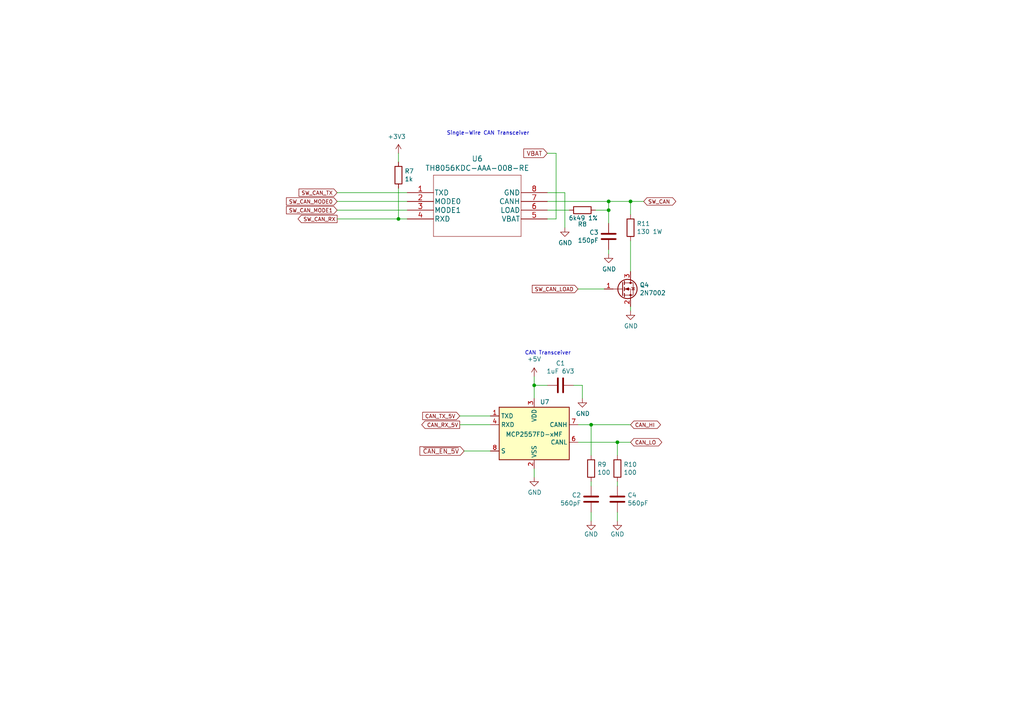
<source format=kicad_sch>
(kicad_sch (version 20211123) (generator eeschema)
  (paper "A4")
  (title_block (title "QWIIC OBDII Interface") (date "2023-01-03"))
  (lib_symbols
    (symbol "Device:C" (pin_numbers hide) (pin_names (offset 0.254))
      (property "Reference" "C" (at 0.635 2.54 0))
      (property "Value" "C" (at 0.635 -2.54 0))
      (symbol "C_0_1"
        (polyline (pts (xy -2.032 -0.762) (xy 2.032 -0.762)) (stroke (width 0.508)))
        (polyline (pts (xy -2.032 0.762) (xy 2.032 0.762)) (stroke (width 0.508)))
      )
      (symbol "C_1_1"
        (pin passive line (at 0 3.81 270) (length 2.794) (name "~") (number "1"))
        (pin passive line (at 0 -3.81 90) (length 2.794) (name "~") (number "2"))
      )
    )
    (symbol "Device:R" (pin_numbers hide) (pin_names (offset 0))
      (property "Reference" "R" (at 2.032 0 90))
      (property "Value" "R" (at 0 0 90))
      (symbol "R_0_1"
        (rectangle (start -1.016 -2.54) (end 1.016 2.54) (stroke (width 0.254)))
      )
      (symbol "R_1_1"
        (pin passive line (at 0 3.81 270) (length 1.27) (name "~") (number "1"))
        (pin passive line (at 0 -3.81 90) (length 1.27) (name "~") (number "2"))
      )
    )
    (symbol "Interface_CAN_LIN:MCP2557FD-xMF"
      (property "Reference" "U" (at -10.16 10.16 0))
      (property "Value" "MCP2557FD-xMF" (at 2.54 10.16 0))
      (symbol "MCP2557FD-xMF_0_1"
        (rectangle (start -10.16 7.62) (end 10.16 -7.62) (stroke (width 0.254)) (fill (type background)))
      )
      (symbol "MCP2557FD-xMF_1_1"
        (pin input line (at -12.7 5.08 0) (length 2.54) (name "TXD") (number "1"))
        (pin power_in line (at 0 -10.16 90) (length 2.54) (name "VSS") (number "2"))
        (pin power_in line (at 0 10.16 270) (length 2.54) (name "VDD") (number "3"))
        (pin output line (at -12.7 2.54 0) (length 2.54) (name "RXD") (number "4"))
        (pin no_connect line (at -10.16 -2.54 0) (length 2.54) hide (name "NC") (number "5"))
        (pin bidirectional line (at 12.7 -2.54 180) (length 2.54) (name "CANL") (number "6"))
        (pin bidirectional line (at 12.7 2.54 180) (length 2.54) (name "CANH") (number "7"))
        (pin input line (at -12.7 -5.08 0) (length 2.54) (name "S") (number "8"))
        (pin passive line (at 0 -10.16 90) (length 2.54) hide (name "VSS") (number "9"))
      )
    )
    (symbol "Transistor_FET:2N7002" (pin_names hide)
      (property "Reference" "Q" (at 5.08 1.905 0))
      (property "Value" "2N7002" (at 5.08 0 0))
      (symbol "2N7002_0_1"
        (polyline (pts (xy 0.254 0) (xy -2.54 0)))
        (polyline (pts (xy 0.254 1.905) (xy 0.254 -1.905)) (stroke (width 0.254)))
        (polyline (pts (xy 0.762 -1.27) (xy 0.762 -2.286)) (stroke (width 0.254)))
        (polyline (pts (xy 0.762 0.508) (xy 0.762 -0.508)) (stroke (width 0.254)))
        (polyline (pts (xy 0.762 2.286) (xy 0.762 1.27)) (stroke (width 0.254)))
        (polyline (pts (xy 2.54 2.54) (xy 2.54 1.778)))
        (polyline (pts (xy 2.54 -2.54) (xy 2.54 0) (xy 0.762 0)))
        (polyline (pts (xy 0.762 -1.778) (xy 3.302 -1.778) (xy 3.302 1.778) (xy 0.762 1.778)))
        (polyline (pts (xy 1.016 0) (xy 2.032 0.381) (xy 2.032 -0.381) (xy 1.016 0)) (fill (type outline)))
        (polyline (pts (xy 2.794 0.508) (xy 2.921 0.381) (xy 3.683 0.381) (xy 3.81 0.254)))
        (polyline (pts (xy 3.302 0.381) (xy 2.921 -0.254) (xy 3.683 -0.254) (xy 3.302 0.381)))
        (circle (center 1.651 0) (radius 2.794) (stroke (width 0.254)))
        (circle (center 2.54 -1.778) (radius 0.254) (fill (type outline)))
        (circle (center 2.54 1.778) (radius 0.254) (fill (type outline)))
      )
      (symbol "2N7002_1_1"
        (pin input line (at -5.08 0 0) (length 2.54) (name "G") (number "1"))
        (pin passive line (at 2.54 -5.08 90) (length 2.54) (name "S") (number "2"))
        (pin passive line (at 2.54 5.08 270) (length 2.54) (name "D") (number "3"))
      )
    )
    (symbol "UltraLibrarian:TH8056KDC-AAA-008-RE" (pin_names (offset 0.254))
      (property "Reference" "U" (at 20.32 10.16 0))
      (property "Value" "TH8056KDC-AAA-008-RE" (at 20.32 7.62 0))
      (symbol "TH8056KDC-AAA-008-RE_1_1"
        (polyline (pts (xy 7.62 -12.7) (xy 33.02 -12.7)) (stroke (width 0.127)))
        (polyline (pts (xy 7.62 5.08) (xy 7.62 -12.7)) (stroke (width 0.127)))
        (polyline (pts (xy 33.02 -12.7) (xy 33.02 5.08)) (stroke (width 0.127)))
        (polyline (pts (xy 33.02 5.08) (xy 7.62 5.08)) (stroke (width 0.127)))
        (pin unspecified line (at 0 0 0) (length 7.62) (name "TXD") (number "1"))
        (pin unspecified line (at 0 -2.54 0) (length 7.62) (name "MODE0") (number "2"))
        (pin unspecified line (at 0 -5.08 0) (length 7.62) (name "MODE1") (number "3"))
        (pin unspecified line (at 0 -7.62 0) (length 7.62) (name "RXD") (number "4"))
        (pin output line (at 40.64 -7.62 180) (length 7.62) (name "VBAT") (number "5"))
        (pin unspecified line (at 40.64 -5.08 180) (length 7.62) (name "LOAD") (number "6"))
        (pin unspecified line (at 40.64 -2.54 180) (length 7.62) (name "CANH") (number "7"))
        (pin power_in line (at 40.64 0 180) (length 7.62) (name "GND") (number "8"))
      )
    )
    (symbol "power:+3V3" (power) (pin_names (offset 0))
      (property "Value" "+3V3" (at 0 3.556 0))
      (symbol "+3V3_0_1"
        (polyline (pts (xy -0.762 1.27) (xy 0 2.54)))
        (polyline (pts (xy 0 0) (xy 0 2.54)))
        (polyline (pts (xy 0 2.54) (xy 0.762 1.27)))
      )
      (symbol "+3V3_1_1"
        (pin power_in line (at 0 0 90) (length 0) hide (name "+3V3") (number "1"))
      )
    )
    (symbol "power:+5V" (power) (pin_names (offset 0))
      (property "Value" "+5V" (at 0 3.556 0))
      (symbol "+5V_0_1"
        (polyline (pts (xy -0.762 1.27) (xy 0 2.54)))
        (polyline (pts (xy 0 0) (xy 0 2.54)))
        (polyline (pts (xy 0 2.54) (xy 0.762 1.27)))
      )
      (symbol "+5V_1_1"
        (pin power_in line (at 0 0 90) (length 0) hide (name "+5V") (number "1"))
      )
    )
    (symbol "power:GND" (power) (pin_names (offset 0))
      (property "Value" "GND" (at 0 -3.81 0))
      (symbol "GND_0_1"
        (polyline (pts (xy 0 0) (xy 0 -1.27) (xy 1.27 -1.27) (xy 0 -2.54) (xy -1.27 -1.27) (xy 0 -1.27)))
      )
      (symbol "GND_1_1"
        (pin power_in line (at 0 0 270) (length 0) hide (name "GND") (number "1"))
      )
    )
  )
  (junction (at 176.53 60.96))
  (junction (at 171.45 123.19))
  (junction (at 176.53 58.42))
  (junction (at 182.88 58.42))
  (junction (at 154.94 111.76))
  (junction (at 115.57 63.5))
  (junction (at 179.07 128.27))
  (wire (pts (xy 167.64 83.82) (xy 175.26 83.82)))
  (wire (pts (xy 163.83 55.88) (xy 163.83 66.04)))
  (wire (pts (xy 97.79 58.42) (xy 118.11 58.42)))
  (wire (pts (xy 167.64 128.27) (xy 179.07 128.27)))
  (wire (pts (xy 158.75 58.42) (xy 176.53 58.42)))
  (wire (pts (xy 97.79 60.96) (xy 118.11 60.96)))
  (wire (pts (xy 158.75 60.96) (xy 165.1 60.96)))
  (wire (pts (xy 134.62 130.81) (xy 142.24 130.81)))
  (wire (pts (xy 154.94 135.89) (xy 154.94 138.43)))
  (wire (pts (xy 171.45 132.08) (xy 171.45 123.19)))
  (wire (pts (xy 182.88 88.9) (xy 182.88 90.17)))
  (wire (pts (xy 171.45 139.7) (xy 171.45 140.97)))
  (wire (pts (xy 115.57 44.45) (xy 115.57 46.99)))
  (wire (pts (xy 179.07 139.7) (xy 179.07 140.97)))
  (wire (pts (xy 133.35 120.65) (xy 142.24 120.65)))
  (wire (pts (xy 158.75 55.88) (xy 163.83 55.88)))
  (wire (pts (xy 171.45 123.19) (xy 167.64 123.19)))
  (wire (pts (xy 161.29 44.45) (xy 161.29 63.5)))
  (wire (pts (xy 97.79 63.5) (xy 115.57 63.5)))
  (wire (pts (xy 154.94 111.76) (xy 158.75 111.76)))
  (wire (pts (xy 168.91 111.76) (xy 168.91 115.57)))
  (wire (pts (xy 182.88 58.42) (xy 186.69 58.42)))
  (wire (pts (xy 158.75 44.45) (xy 161.29 44.45)))
  (wire (pts (xy 179.07 128.27) (xy 179.07 132.08)))
  (wire (pts (xy 176.53 72.39) (xy 176.53 73.66)))
  (wire (pts (xy 115.57 54.61) (xy 115.57 63.5)))
  (wire (pts (xy 179.07 148.59) (xy 179.07 151.13)))
  (wire (pts (xy 171.45 123.19) (xy 182.88 123.19)))
  (wire (pts (xy 154.94 109.22) (xy 154.94 111.76)))
  (wire (pts (xy 176.53 60.96) (xy 176.53 64.77)))
  (wire (pts (xy 182.88 62.23) (xy 182.88 58.42)))
  (wire (pts (xy 166.37 111.76) (xy 168.91 111.76)))
  (wire (pts (xy 179.07 128.27) (xy 182.88 128.27)))
  (wire (pts (xy 97.79 55.88) (xy 118.11 55.88)))
  (wire (pts (xy 182.88 58.42) (xy 176.53 58.42)))
  (wire (pts (xy 154.94 111.76) (xy 154.94 115.57)))
  (wire (pts (xy 182.88 69.85) (xy 182.88 78.74)))
  (wire (pts (xy 115.57 63.5) (xy 118.11 63.5)))
  (wire (pts (xy 158.75 63.5) (xy 161.29 63.5)))
  (wire (pts (xy 171.45 148.59) (xy 171.45 151.13)))
  (wire (pts (xy 176.53 58.42) (xy 176.53 60.96)))
  (wire (pts (xy 172.72 60.96) (xy 176.53 60.96)))
  (wire (pts (xy 133.35 123.19) (xy 142.24 123.19)))
  (text "CAN Transceiver" (at 165.608 103.124 180) (effects (font (size 1.0922 1.0922)) (justify right bottom)))
  (text "Single-Wire CAN Transceiver" (at 129.54 39.37 0) (effects (font (size 1.0922 1.0922)) (justify left bottom)))
  (global_label "SW_CAN" (shape bidirectional) (at 186.69 58.42 0) (effects (font (size 1.0922 1.0922))) (property "Intersheet References" "${INTERSHEET_REFS}" (effects hide)))
  (global_label "CAN_LO" (shape bidirectional) (at 182.88 128.27 0) (effects (font (size 1.0922 1.0922))) (property "Intersheet References" "${INTERSHEET_REFS}" (effects hide)))
  (global_label "~{CAN_EN_5V}" (shape input) (at 134.62 130.81 180) (property "Intersheet References" "${INTERSHEET_REFS}" (effects hide)))
  (global_label "SW_CAN_MODE1" (shape input) (at 97.79 60.96 180) (effects (font (size 1.0922 1.0922))) (property "Intersheet References" "${INTERSHEET_REFS}" (effects hide)))
  (global_label "SW_CAN_LOAD" (shape input) (at 167.64 83.82 180) (effects (font (size 1.0922 1.0922))) (property "Intersheet References" "${INTERSHEET_REFS}" (effects hide)))
  (global_label "CAN_RX_5V" (shape output) (at 133.35 123.19 180) (effects (font (size 1.0922 1.0922))) (property "Intersheet References" "${INTERSHEET_REFS}" (effects hide)))
  (global_label "SW_CAN_RX" (shape output) (at 97.79 63.5 180) (effects (font (size 1.0922 1.0922))) (property "Intersheet References" "${INTERSHEET_REFS}" (effects hide)))
  (global_label "CAN_HI" (shape bidirectional) (at 182.88 123.19 0) (effects (font (size 1.0922 1.0922))) (property "Intersheet References" "${INTERSHEET_REFS}" (effects hide)))
  (global_label "VBAT" (shape input) (at 158.75 44.45 180) (property "Intersheet References" "${INTERSHEET_REFS}" (effects hide)))
  (global_label "SW_CAN_TX" (shape input) (at 97.79 55.88 180) (effects (font (size 1.0922 1.0922))) (property "Intersheet References" "${INTERSHEET_REFS}" (effects hide)))
  (global_label "SW_CAN_MODE0" (shape input) (at 97.79 58.42 180) (effects (font (size 1.0922 1.0922))) (property "Intersheet References" "${INTERSHEET_REFS}" (effects hide)))
  (global_label "CAN_TX_5V" (shape input) (at 133.35 120.65 180) (effects (font (size 1.0922 1.0922))) (property "Intersheet References" "${INTERSHEET_REFS}" (effects hide)))
  (symbol (lib_id "power:GND") (at 168.91 115.57 0) (unit 1)
    (property "Reference" "#PWR020" (effects hide))
    (property "Value" "GND" (at 169.037 119.9642 0))
  )
  (symbol (lib_id "power:GND") (at 176.53 73.66 0) (unit 1)
    (property "Reference" "#PWR022" (effects hide))
    (property "Value" "GND" (at 176.657 78.0542 0))
  )
  (symbol (lib_id "power:GND") (at 171.45 151.13 0) (unit 1)
    (property "Reference" "#PWR021" (effects hide))
    (property "Value" "GND" (at 171.45 154.94 0))
  )
  (symbol (lib_id "power:GND") (at 179.07 151.13 0) (unit 1)
    (property "Reference" "#PWR023" (effects hide))
    (property "Value" "GND" (at 179.07 154.94 0))
  )
  (symbol (lib_id "Device:R") (at 179.07 135.89 0) (unit 1)
    (property "Reference" "R10" (at 180.848 134.7216 0) (effects (justify left)))
    (property "Value" "100" (at 180.848 137.033 0) (effects (justify left)))
    (property "Footprint" "Resistor_SMD:R_0805_2012Metric_Pad1.20x1.40mm_HandSolder" (effects hide))
  )
  (symbol (lib_id "power:+5V") (at 154.94 109.22 0) (unit 1)
    (property "Reference" "#PWR017" (effects hide))
    (property "Value" "+5V" (at 154.94 104.14 0))
  )
  (symbol (lib_id "power:GND") (at 163.83 66.04 0) (unit 1)
    (property "Reference" "#PWR019" (effects hide))
    (property "Value" "GND" (at 163.957 70.4342 0))
  )
  (symbol (lib_id "Device:C") (at 176.53 68.58 0) (mirror x) (unit 1)
    (property "Reference" "C3" (at 173.6344 67.4116 0) (effects (justify right)))
    (property "Value" "150pF" (at 173.6344 69.723 0) (effects (justify right)))
    (property "Footprint" "Capacitor_SMD:C_0805_2012Metric_Pad1.18x1.45mm_HandSolder" (effects hide))
  )
  (symbol (lib_id "power:+3V3") (at 115.57 44.45 0) (unit 1)
    (property "Reference" "#PWR016" (effects hide))
    (property "Value" "+3V3" (at 115.062 39.624 0))
  )
  (symbol (lib_id "Interface_CAN_LIN:MCP2557FD-xMF") (at 154.94 125.73 0) (unit 1)
    (property "Reference" "U7" (at 157.988 116.586 0))
    (property "Value" "MCP2557FD-xMF" (at 154.94 125.984 0))
    (property "Footprint" "Package_DFN_QFN:DFN-8-1EP_3x3mm_P0.65mm_EP1.55x2.4mm" (effects hide))
    (property "Datasheet" "https://ww1.microchip.com/downloads/en/DeviceDoc/20005533A.pdf" (effects hide))
  )
  (symbol (lib_id "Transistor_FET:2N7002") (at 180.34 83.82 0) (unit 1)
    (property "Reference" "Q4" (at 185.5216 82.6516 0) (effects (justify left)))
    (property "Value" "2N7002" (at 185.5216 84.963 0) (effects (justify left)))
    (property "Footprint" "Package_TO_SOT_SMD:SOT-23" (effects hide))
    (property "Datasheet" "https://www.onsemi.com/pub/Collateral/NDS7002A-D.PDF" (effects hide))
  )
  (symbol (lib_id "Device:R") (at 168.91 60.96 270) (unit 1)
    (property "Reference" "R8" (at 168.91 65.024 90))
    (property "Value" "6k49 1%" (at 169.164 63.246 90))
    (property "Footprint" "Resistor_SMD:R_0805_2012Metric_Pad1.20x1.40mm_HandSolder" (effects hide))
  )
  (symbol (lib_id "Device:R") (at 182.88 66.04 0) (unit 1)
    (property "Reference" "R11" (at 184.658 64.8716 0) (effects (justify left)))
    (property "Value" "130 1W" (at 184.658 67.183 0) (effects (justify left)))
    (property "Footprint" "Resistor_SMD:R_2512_6332Metric_Pad1.40x3.35mm_HandSolder" (effects hide))
  )
  (symbol (lib_id "Device:C") (at 162.56 111.76 270) (unit 1)
    (property "Reference" "C1" (at 162.56 105.3592 90))
    (property "Value" "1uF 6V3" (at 162.56 107.6706 90))
    (property "Footprint" "Capacitor_SMD:C_0805_2012Metric_Pad1.18x1.45mm_HandSolder" (effects hide))
  )
  (symbol (lib_id "UltraLibrarian:TH8056KDC-AAA-008-RE") (at 118.11 55.88 0) (unit 1)
    (property "Reference" "U6" (at 138.43 46.0502 0) (effects (font (size 1.524 1.524))))
    (property "Value" "TH8056KDC-AAA-008-RE" (at 138.43 48.7426 0) (effects (font (size 1.524 1.524))))
    (property "Footprint" "UltraLibrarian:TH8056KDC-AAA-008-RE" (effects hide))
    (property "Datasheet" "https://www.st.com/resource/en/datasheet/lm139.pdf" (effects hide))
  )
  (symbol (lib_id "Device:R") (at 171.45 135.89 0) (unit 1)
    (property "Reference" "R9" (at 173.228 134.7216 0) (effects (justify left)))
    (property "Value" "100" (at 173.228 137.033 0) (effects (justify left)))
    (property "Footprint" "Resistor_SMD:R_0805_2012Metric_Pad1.20x1.40mm_HandSolder" (effects hide))
  )
  (symbol (lib_id "power:GND") (at 182.88 90.17 0) (unit 1)
    (property "Reference" "#PWR024" (effects hide))
    (property "Value" "GND" (at 183.007 94.5642 0))
  )
  (symbol (lib_id "Device:R") (at 115.57 50.8 0) (unit 1)
    (property "Reference" "R7" (at 117.348 49.6316 0) (effects (justify left)))
    (property "Value" "1k" (at 117.348 51.943 0) (effects (justify left)))
    (property "Footprint" "Resistor_SMD:R_0805_2012Metric_Pad1.20x1.40mm_HandSolder" (effects hide))
  )
  (symbol (lib_id "Device:C") (at 179.07 144.78 0) (unit 1)
    (property "Reference" "C4" (at 181.991 143.6116 0) (effects (justify left)))
    (property "Value" "560pF" (at 181.991 145.923 0) (effects (justify left)))
    (property "Footprint" "Capacitor_SMD:C_0805_2012Metric_Pad1.18x1.45mm_HandSolder" (effects hide))
  )
  (symbol (lib_id "power:GND") (at 154.94 138.43 0) (unit 1)
    (property "Reference" "#PWR018" (effects hide))
    (property "Value" "GND" (at 155.067 142.8242 0))
  )
  (symbol (lib_id "Device:C") (at 171.45 144.78 0) (mirror x) (unit 1)
    (property "Reference" "C2" (at 168.5544 143.6116 0) (effects (justify right)))
    (property "Value" "560pF" (at 168.5544 145.923 0) (effects (justify right)))
    (property "Footprint" "Capacitor_SMD:C_0805_2012Metric_Pad1.18x1.45mm_HandSolder" (effects hide))
  )
)
</source>
